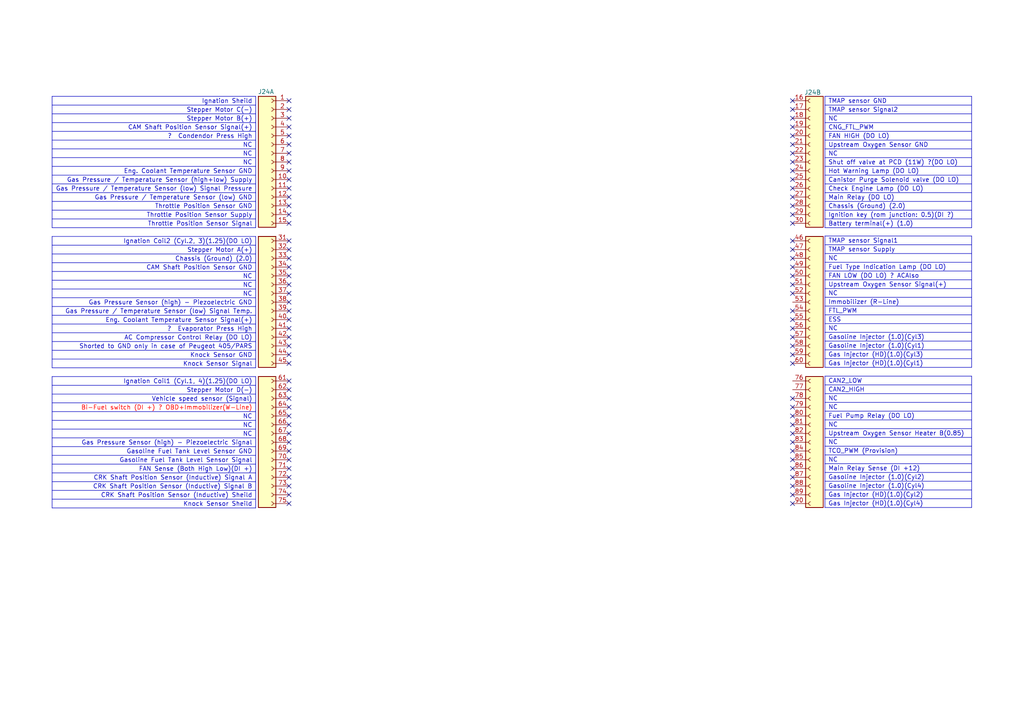
<source format=kicad_sch>
(kicad_sch (version 20250114) (generator "eeschema") (generator_version "9.0")
  (paper "A4")
  (lib_symbols
    (symbol "Conn_01x90_3Row_Socket_1" (pin_names (offset 1.016) (hide yes))
      (property "Reference" "J" (at 1.524 60.833 0))
      (property "Value" "Conn_01x90_3Row_Socket" (at 1.397 -61.214 0))
      (symbol "Conn_01x90_3Row_Socket_1_1_1"
        (pin passive line (at -4.318 58.42 0) (length 3.81) (name "A1") (number "1"))
        (pin passive line (at -4.318 55.88 0) (length 3.81) (name "A2") (number "2"))
        (pin passive line (at -4.318 53.34 0) (length 3.81) (name "A3") (number "3"))
        (pin passive line (at -4.318 50.8 0) (length 3.81) (name "A4") (number "4"))
        (pin passive line (at -4.318 48.26 0) (length 3.81) (name "A5") (number "5"))
        (pin passive line (at -4.318 45.72 0) (length 3.81) (name "A6") (number "6"))
        (pin passive line (at -4.318 43.18 0) (length 3.81) (name "A7") (number "7"))
        (pin passive line (at -4.318 40.64 0) (length 3.81) (name "A8") (number "8"))
        (pin passive line (at -4.318 38.1 0) (length 3.81) (name "A9") (number "9"))
        (pin passive line (at -4.318 35.56 0) (length 3.81) (name "A10") (number "10"))
        (pin passive line (at -4.318 33.02 0) (length 3.81) (name "A11") (number "11"))
        (pin passive line (at -4.318 30.48 0) (length 3.81) (name "A12") (number "12"))
        (pin passive line (at -4.318 27.94 0) (length 3.81) (name "A13") (number "13"))
        (pin passive line (at -4.318 25.4 0) (length 3.81) (name "A14") (number "14"))
        (pin passive line (at -4.318 22.86 0) (length 3.81) (name "A15") (number "15"))
        (pin passive line (at -4.318 17.78 0) (length 3.81) (name "A31") (number "31"))
        (pin passive line (at -4.318 15.24 0) (length 3.81) (name "A32") (number "32"))
        (pin passive line (at -4.318 12.7 0) (length 3.81) (name "A33") (number "33"))
        (pin passive line (at -4.318 10.16 0) (length 3.81) (name "A34") (number "34"))
        (pin passive line (at -4.318 7.62 0) (length 3.81) (name "A35") (number "35"))
        (pin passive line (at -4.318 5.08 0) (length 3.81) (name "A36") (number "36"))
        (pin passive line (at -4.318 2.54 0) (length 3.81) (name "A37") (number "37"))
        (pin passive line (at -4.318 0 0) (length 3.81) (name "A38") (number "38"))
        (pin passive line (at -4.318 -2.54 0) (length 3.81) (name "A39") (number "39"))
        (pin passive line (at -4.318 -5.08 0) (length 3.81) (name "A40") (number "40"))
        (pin passive line (at -4.318 -7.62 0) (length 3.81) (name "A41") (number "41"))
        (pin passive line (at -4.318 -10.16 0) (length 3.81) (name "A42") (number "42"))
        (pin passive line (at -4.318 -12.7 0) (length 3.81) (name "A43") (number "43"))
        (pin passive line (at -4.318 -15.24 0) (length 3.81) (name "A44") (number "44"))
        (pin passive line (at -4.318 -17.78 0) (length 3.81) (name "A45") (number "45"))
        (pin passive line (at -4.318 -22.86 0) (length 3.81) (name "A61") (number "61"))
        (pin passive line (at -4.318 -25.4 0) (length 3.81) (name "A62") (number "62"))
        (pin passive line (at -4.318 -27.94 0) (length 3.81) (name "A63") (number "63"))
        (pin passive line (at -4.318 -30.48 0) (length 3.81) (name "A64") (number "64"))
        (pin passive line (at -4.318 -33.02 0) (length 3.81) (name "A65") (number "65"))
        (pin passive line (at -4.318 -35.56 0) (length 3.81) (name "A66") (number "66"))
        (pin passive line (at -4.318 -38.1 0) (length 3.81) (name "A67") (number "67"))
        (pin passive line (at -4.318 -40.64 0) (length 3.81) (name "A68") (number "68"))
        (pin passive line (at -4.318 -43.18 0) (length 3.81) (name "A69") (number "69"))
        (pin passive line (at -4.318 -45.72 0) (length 3.81) (name "A70") (number "70"))
        (pin passive line (at -4.318 -48.26 0) (length 3.81) (name "A71") (number "71"))
        (pin passive line (at -4.318 -50.8 0) (length 3.81) (name "A72") (number "72"))
        (pin passive line (at -4.318 -53.34 0) (length 3.81) (name "A73") (number "73"))
        (pin passive line (at -4.318 -55.88 0) (length 3.81) (name "A74") (number "74"))
        (pin passive line (at -4.318 -58.42 0) (length 3.81) (name "A75") (number "75"))
      )
      (symbol "Conn_01x90_3Row_Socket_1_2_1"
        (pin passive line (at -4.318 58.42 0) (length 3.81) (name "B16") (number "16"))
        (pin passive line (at -4.318 55.88 0) (length 3.81) (name "B17") (number "17"))
        (pin passive line (at -4.318 53.34 0) (length 3.81) (name "B18") (number "18"))
        (pin passive line (at -4.318 50.8 0) (length 3.81) (name "B19") (number "19"))
        (pin passive line (at -4.318 48.26 0) (length 3.81) (name "B20") (number "20"))
        (pin passive line (at -4.318 45.72 0) (length 3.81) (name "B21") (number "21"))
        (pin passive line (at -4.318 43.18 0) (length 3.81) (name "B22") (number "22"))
        (pin passive line (at -4.318 40.64 0) (length 3.81) (name "B23") (number "23"))
        (pin passive line (at -4.318 38.1 0) (length 3.81) (name "B24") (number "24"))
        (pin passive line (at -4.318 35.56 0) (length 3.81) (name "B25") (number "25"))
        (pin passive line (at -4.318 33.02 0) (length 3.81) (name "B26") (number "26"))
        (pin passive line (at -4.318 30.48 0) (length 3.81) (name "B27") (number "27"))
        (pin passive line (at -4.318 27.94 0) (length 3.81) (name "B28") (number "28"))
        (pin passive line (at -4.318 25.4 0) (length 3.81) (name "B29") (number "29"))
        (pin passive line (at -4.318 22.86 0) (length 3.81) (name "B30") (number "30"))
        (pin passive line (at -4.318 17.78 0) (length 3.81) (name "B46") (number "46"))
        (pin passive line (at -4.318 15.24 0) (length 3.81) (name "B47") (number "47"))
        (pin passive line (at -4.318 12.7 0) (length 3.81) (name "B48") (number "48"))
        (pin passive line (at -4.318 10.16 0) (length 3.81) (name "B49") (number "49"))
        (pin passive line (at -4.318 7.62 0) (length 3.81) (name "B50") (number "50"))
        (pin passive line (at -4.318 5.08 0) (length 3.81) (name "B51") (number "51"))
        (pin passive line (at -4.318 2.54 0) (length 3.81) (name "B52") (number "52"))
        (pin passive line (at -4.318 0 0) (length 3.81) (name "B53") (number "53"))
        (pin passive line (at -4.318 -2.54 0) (length 3.81) (name "B54") (number "54"))
        (pin passive line (at -4.318 -5.08 0) (length 3.81) (name "B55") (number "55"))
        (pin passive line (at -4.318 -7.62 0) (length 3.81) (name "B56") (number "56"))
        (pin passive line (at -4.318 -10.16 0) (length 3.81) (name "B57") (number "57"))
        (pin passive line (at -4.318 -12.7 0) (length 3.81) (name "B58") (number "58"))
        (pin passive line (at -4.318 -15.24 0) (length 3.81) (name "B59") (number "59"))
        (pin passive line (at -4.318 -17.78 0) (length 3.81) (name "B60") (number "60"))
        (pin passive line (at -4.318 -22.86 0) (length 3.81) (name "B76") (number "76"))
        (pin passive line (at -4.318 -25.4 0) (length 3.81) (name "B77") (number "77"))
        (pin passive line (at -4.318 -27.94 0) (length 3.81) (name "B78") (number "78"))
        (pin passive line (at -4.318 -30.48 0) (length 3.81) (name "B79") (number "79"))
        (pin passive line (at -4.318 -33.02 0) (length 3.81) (name "B80") (number "80"))
        (pin passive line (at -4.318 -35.56 0) (length 3.81) (name "B81") (number "81"))
        (pin passive line (at -4.318 -38.1 0) (length 3.81) (name "B82") (number "82"))
        (pin passive line (at -4.318 -40.64 0) (length 3.81) (name "B83") (number "83"))
        (pin passive line (at -4.318 -43.18 0) (length 3.81) (name "B84") (number "84"))
        (pin passive line (at -4.318 -45.72 0) (length 3.81) (name "B85") (number "85"))
        (pin passive line (at -4.318 -48.26 0) (length 3.81) (name "B86") (number "86"))
        (pin passive line (at -4.318 -50.8 0) (length 3.81) (name "B87") (number "87"))
        (pin passive line (at -4.318 -53.34 0) (length 3.81) (name "B88") (number "88"))
        (pin passive line (at -4.318 -55.88 0) (length 3.81) (name "B89") (number "89"))
        (pin passive line (at -4.318 -58.42 0) (length 3.81) (name "B90") (number "90"))
      )
    )
    (symbol "sicma_socket:Conn_01x90_3Row_Socket" (pin_names (offset 1.016) (hide yes))
      (property "Reference" "J" (at 1.524 60.833 0))
      (property "Value" "Conn_01x90_3Row_Socket" (at 1.397 -61.214 0))
      (symbol "Conn_01x90_3Row_Socket_1_1"
        (pin passive line (at -4.318 58.42 0) (length 3.81) (name "A1") (number "1"))
        (pin passive line (at -4.318 55.88 0) (length 3.81) (name "A2") (number "2"))
        (pin passive line (at -4.318 53.34 0) (length 3.81) (name "A3") (number "3"))
        (pin passive line (at -4.318 50.8 0) (length 3.81) (name "A4") (number "4"))
        (pin passive line (at -4.318 48.26 0) (length 3.81) (name "A5") (number "5"))
        (pin passive line (at -4.318 45.72 0) (length 3.81) (name "A6") (number "6"))
        (pin passive line (at -4.318 43.18 0) (length 3.81) (name "A7") (number "7"))
        (pin passive line (at -4.318 40.64 0) (length 3.81) (name "A8") (number "8"))
        (pin passive line (at -4.318 38.1 0) (length 3.81) (name "A9") (number "9"))
        (pin passive line (at -4.318 35.56 0) (length 3.81) (name "A10") (number "10"))
        (pin passive line (at -4.318 33.02 0) (length 3.81) (name "A11") (number "11"))
        (pin passive line (at -4.318 30.48 0) (length 3.81) (name "A12") (number "12"))
        (pin passive line (at -4.318 27.94 0) (length 3.81) (name "A13") (number "13"))
        (pin passive line (at -4.318 25.4 0) (length 3.81) (name "A14") (number "14"))
        (pin passive line (at -4.318 22.86 0) (length 3.81) (name "A15") (number "15"))
        (pin passive line (at -4.318 17.78 0) (length 3.81) (name "A31") (number "31"))
        (pin passive line (at -4.318 15.24 0) (length 3.81) (name "A32") (number "32"))
        (pin passive line (at -4.318 12.7 0) (length 3.81) (name "A33") (number "33"))
        (pin passive line (at -4.318 10.16 0) (length 3.81) (name "A34") (number "34"))
        (pin passive line (at -4.318 7.62 0) (length 3.81) (name "A35") (number "35"))
        (pin passive line (at -4.318 5.08 0) (length 3.81) (name "A36") (number "36"))
        (pin passive line (at -4.318 2.54 0) (length 3.81) (name "A37") (number "37"))
        (pin passive line (at -4.318 0 0) (length 3.81) (name "A38") (number "38"))
        (pin passive line (at -4.318 -2.54 0) (length 3.81) (name "A39") (number "39"))
        (pin passive line (at -4.318 -5.08 0) (length 3.81) (name "A40") (number "40"))
        (pin passive line (at -4.318 -7.62 0) (length 3.81) (name "A41") (number "41"))
        (pin passive line (at -4.318 -10.16 0) (length 3.81) (name "A42") (number "42"))
        (pin passive line (at -4.318 -12.7 0) (length 3.81) (name "A43") (number "43"))
        (pin passive line (at -4.318 -15.24 0) (length 3.81) (name "A44") (number "44"))
        (pin passive line (at -4.318 -17.78 0) (length 3.81) (name "A45") (number "45"))
        (pin passive line (at -4.318 -22.86 0) (length 3.81) (name "A61") (number "61"))
        (pin passive line (at -4.318 -25.4 0) (length 3.81) (name "A62") (number "62"))
        (pin passive line (at -4.318 -27.94 0) (length 3.81) (name "A63") (number "63"))
        (pin passive line (at -4.318 -30.48 0) (length 3.81) (name "A64") (number "64"))
        (pin passive line (at -4.318 -33.02 0) (length 3.81) (name "A65") (number "65"))
        (pin passive line (at -4.318 -35.56 0) (length 3.81) (name "A66") (number "66"))
        (pin passive line (at -4.318 -38.1 0) (length 3.81) (name "A67") (number "67"))
        (pin passive line (at -4.318 -40.64 0) (length 3.81) (name "A68") (number "68"))
        (pin passive line (at -4.318 -43.18 0) (length 3.81) (name "A69") (number "69"))
        (pin passive line (at -4.318 -45.72 0) (length 3.81) (name "A70") (number "70"))
        (pin passive line (at -4.318 -48.26 0) (length 3.81) (name "A71") (number "71"))
        (pin passive line (at -4.318 -50.8 0) (length 3.81) (name "A72") (number "72"))
        (pin passive line (at -4.318 -53.34 0) (length 3.81) (name "A73") (number "73"))
        (pin passive line (at -4.318 -55.88 0) (length 3.81) (name "A74") (number "74"))
        (pin passive line (at -4.318 -58.42 0) (length 3.81) (name "A75") (number "75"))
      )
      (symbol "Conn_01x90_3Row_Socket_2_1"
        (pin passive line (at -4.318 58.42 0) (length 3.81) (name "B16") (number "16"))
        (pin passive line (at -4.318 55.88 0) (length 3.81) (name "B17") (number "17"))
        (pin passive line (at -4.318 53.34 0) (length 3.81) (name "B18") (number "18"))
        (pin passive line (at -4.318 50.8 0) (length 3.81) (name "B19") (number "19"))
        (pin passive line (at -4.318 48.26 0) (length 3.81) (name "B20") (number "20"))
        (pin passive line (at -4.318 45.72 0) (length 3.81) (name "B21") (number "21"))
        (pin passive line (at -4.318 43.18 0) (length 3.81) (name "B22") (number "22"))
        (pin passive line (at -4.318 40.64 0) (length 3.81) (name "B23") (number "23"))
        (pin passive line (at -4.318 38.1 0) (length 3.81) (name "B24") (number "24"))
        (pin passive line (at -4.318 35.56 0) (length 3.81) (name "B25") (number "25"))
        (pin passive line (at -4.318 33.02 0) (length 3.81) (name "B26") (number "26"))
        (pin passive line (at -4.318 30.48 0) (length 3.81) (name "B27") (number "27"))
        (pin passive line (at -4.318 27.94 0) (length 3.81) (name "B28") (number "28"))
        (pin passive line (at -4.318 25.4 0) (length 3.81) (name "B29") (number "29"))
        (pin passive line (at -4.318 22.86 0) (length 3.81) (name "B30") (number "30"))
        (pin passive line (at -4.318 17.78 0) (length 3.81) (name "B46") (number "46"))
        (pin passive line (at -4.318 15.24 0) (length 3.81) (name "B47") (number "47"))
        (pin passive line (at -4.318 12.7 0) (length 3.81) (name "B48") (number "48"))
        (pin passive line (at -4.318 10.16 0) (length 3.81) (name "B49") (number "49"))
        (pin passive line (at -4.318 7.62 0) (length 3.81) (name "B50") (number "50"))
        (pin passive line (at -4.318 5.08 0) (length 3.81) (name "B51") (number "51"))
        (pin passive line (at -4.318 2.54 0) (length 3.81) (name "B52") (number "52"))
        (pin passive line (at -4.318 0 0) (length 3.81) (name "B53") (number "53"))
        (pin passive line (at -4.318 -2.54 0) (length 3.81) (name "B54") (number "54"))
        (pin passive line (at -4.318 -5.08 0) (length 3.81) (name "B55") (number "55"))
        (pin passive line (at -4.318 -7.62 0) (length 3.81) (name "B56") (number "56"))
        (pin passive line (at -4.318 -10.16 0) (length 3.81) (name "B57") (number "57"))
        (pin passive line (at -4.318 -12.7 0) (length 3.81) (name "B58") (number "58"))
        (pin passive line (at -4.318 -15.24 0) (length 3.81) (name "B59") (number "59"))
        (pin passive line (at -4.318 -17.78 0) (length 3.81) (name "B60") (number "60"))
        (pin passive line (at -4.318 -22.86 0) (length 3.81) (name "B76") (number "76"))
        (pin passive line (at -4.318 -25.4 0) (length 3.81) (name "B77") (number "77"))
        (pin passive line (at -4.318 -27.94 0) (length 3.81) (name "B78") (number "78"))
        (pin passive line (at -4.318 -30.48 0) (length 3.81) (name "B79") (number "79"))
        (pin passive line (at -4.318 -33.02 0) (length 3.81) (name "B80") (number "80"))
        (pin passive line (at -4.318 -35.56 0) (length 3.81) (name "B81") (number "81"))
        (pin passive line (at -4.318 -38.1 0) (length 3.81) (name "B82") (number "82"))
        (pin passive line (at -4.318 -40.64 0) (length 3.81) (name "B83") (number "83"))
        (pin passive line (at -4.318 -43.18 0) (length 3.81) (name "B84") (number "84"))
        (pin passive line (at -4.318 -45.72 0) (length 3.81) (name "B85") (number "85"))
        (pin passive line (at -4.318 -48.26 0) (length 3.81) (name "B86") (number "86"))
        (pin passive line (at -4.318 -50.8 0) (length 3.81) (name "B87") (number "87"))
        (pin passive line (at -4.318 -53.34 0) (length 3.81) (name "B88") (number "88"))
        (pin passive line (at -4.318 -55.88 0) (length 3.81) (name "B89") (number "89"))
        (pin passive line (at -4.318 -58.42 0) (length 3.81) (name "B90") (number "90"))
      )
    )
  )
  (no_connect (at 83.82 130.81))
  (no_connect (at 229.87 29.21))
  (no_connect (at 229.87 82.55))
  (no_connect (at 83.82 138.43))
  (no_connect (at 83.82 62.23))
  (no_connect (at 229.87 92.71))
  (no_connect (at 229.87 57.15))
  (no_connect (at 83.82 36.83))
  (no_connect (at 229.87 118.11))
  (no_connect (at 229.87 105.41))
  (no_connect (at 229.87 128.27))
  (no_connect (at 229.87 31.75))
  (no_connect (at 229.87 135.89))
  (no_connect (at 83.82 74.93))
  (no_connect (at 229.87 64.77))
  (no_connect (at 83.82 90.17))
  (no_connect (at 229.87 36.83))
  (no_connect (at 83.82 95.25))
  (no_connect (at 83.82 125.73))
  (no_connect (at 83.82 34.29))
  (no_connect (at 83.82 97.79))
  (no_connect (at 229.87 90.17))
  (no_connect (at 229.87 85.09))
  (no_connect (at 229.87 34.29))
  (no_connect (at 229.87 80.01))
  (no_connect (at 83.82 87.63))
  (no_connect (at 229.87 120.65))
  (no_connect (at 83.82 31.75))
  (no_connect (at 83.82 52.07))
  (no_connect (at 229.87 62.23))
  (no_connect (at 83.82 92.71))
  (no_connect (at 83.82 44.45))
  (no_connect (at 229.87 138.43))
  (no_connect (at 229.87 39.37))
  (no_connect (at 83.82 39.37))
  (no_connect (at 83.82 118.11))
  (no_connect (at 83.82 115.57))
  (no_connect (at 229.87 146.05))
  (no_connect (at 229.87 143.51))
  (no_connect (at 83.82 100.33))
  (no_connect (at 83.82 29.21))
  (no_connect (at 83.82 105.41))
  (no_connect (at 83.82 123.19))
  (no_connect (at 83.82 120.65))
  (no_connect (at 83.82 140.97))
  (no_connect (at 83.82 54.61))
  (no_connect (at 83.82 85.09))
  (no_connect (at 229.87 41.91))
  (no_connect (at 229.87 102.87))
  (no_connect (at 83.82 69.85))
  (no_connect (at 229.87 74.93))
  (no_connect (at 229.87 130.81))
  (no_connect (at 229.87 140.97))
  (no_connect (at 229.87 97.79))
  (no_connect (at 83.82 77.47))
  (no_connect (at 229.87 49.53))
  (no_connect (at 229.87 95.25))
  (no_connect (at 83.82 82.55))
  (no_connect (at 83.82 143.51))
  (no_connect (at 229.87 54.61))
  (no_connect (at 83.82 64.77))
  (no_connect (at 229.87 44.45))
  (no_connect (at 229.87 69.85))
  (no_connect (at 83.82 135.89))
  (no_connect (at 229.87 46.99))
  (no_connect (at 83.82 46.99))
  (no_connect (at 83.82 110.49))
  (no_connect (at 83.82 59.69))
  (no_connect (at 229.87 125.73))
  (no_connect (at 229.87 133.35))
  (no_connect (at 83.82 128.27))
  (no_connect (at 229.87 123.19))
  (no_connect (at 83.82 72.39))
  (no_connect (at 229.87 52.07))
  (no_connect (at 229.87 115.57))
  (no_connect (at 83.82 57.15))
  (no_connect (at 229.87 77.47))
  (no_connect (at 83.82 102.87))
  (no_connect (at 83.82 133.35))
  (no_connect (at 83.82 41.91))
  (no_connect (at 229.87 100.33))
  (no_connect (at 83.82 146.05))
  (no_connect (at 83.82 113.03))
  (no_connect (at 229.87 59.69))
  (no_connect (at 83.82 80.01))
  (no_connect (at 83.82 49.53))
  (no_connect (at 229.87 72.39))
  (table (column_count 1) (border (external yes) (header yes)) (separators (rows yes) (cols yes)) (column_widths 42.545) (row_heights 2.54 2.54 2.54 2.54 2.54 2.54 2.54 2.54 2.54 2.54 2.54 2.54 2.54 2.54 2.54) (cells (table_cell "CAN2_LOW" (at 239.268 109.093 0) (size 42.545 2.54) (margins 0.9525 0.9525 0.9525 0.9525) (span 1 1)) (table_cell "CAN2_HIGH" (at 239.268 111.633 0) (size 42.545 2.54) (margins 0.9525 0.9525 0.9525 0.9525) (span 1 1)) (table_cell "NC" (at 239.268 114.173 0) (size 42.545 2.54) (margins 0.9525 0.9525 0.9525 0.9525) (span 1 1)) (table_cell "NC" (at 239.268 116.713 0) (size 42.545 2.54) (margins 0.9525 0.9525 0.9525 0.9525) (span 1 1)) (table_cell "Fuel Pump Relay (DO LO)" (at 239.268 119.253 0) (size 42.545 2.54) (margins 0.9525 0.9525 0.9525 0.9525) (span 1 1)) (table_cell "NC" (at 239.268 121.793 0) (size 42.545 2.54) (margins 0.9525 0.9525 0.9525 0.9525) (span 1 1)) (table_cell "Upstream Oxygen Sensor Heater B(0.85)" (at 239.268 124.333 0) (size 42.545 2.54) (margins 0.9525 0.9525 0.9525 0.9525) (span 1 1)) (table_cell "NC" (at 239.268 126.873 0) (size 42.545 2.54) (margins 0.9525 0.9525 0.9525 0.9525) (span 1 1)) (table_cell "TCO_PWM (Provision)" (at 239.268 129.413 0) (size 42.545 2.54) (margins 0.9525 0.9525 0.9525 0.9525) (span 1 1)) (table_cell "NC" (at 239.268 131.953 0) (size 42.545 2.54) (margins 0.9525 0.9525 0.9525 0.9525) (span 1 1)) (table_cell "Main Relay Sense (DI +12)" (at 239.268 134.493 0) (size 42.545 2.54) (margins 0.9525 0.9525 0.9525 0.9525) (span 1 1)) (table_cell "Gasoline Injector (1.0)(Cyl2)" (at 239.268 137.033 0) (size 42.545 2.54) (margins 0.9525 0.9525 0.9525 0.9525) (span 1 1)) (table_cell "Gasoline Injector (1.0)(Cyl4)" (at 239.268 139.573 0) (size 42.545 2.54) (margins 0.9525 0.9525 0.9525 0.9525) (span 1 1)) (table_cell "Gas Injector (HD)(1.0)(Cyl2)" (at 239.268 142.113 0) (size 42.545 2.54) (margins 0.9525 0.9525 0.9525 0.9525) (span 1 1)) (table_cell "Gas Injector (HD)(1.0)(Cyl4)" (at 239.268 144.653 0) (size 42.545 2.54) (margins 0.9525 0.9525 0.9525 0.9525) (span 1 1))))
  (table (column_count 1) (border (external yes) (header no)) (separators (rows yes) (cols no)) (column_widths 59.055) (row_heights 2.54 2.54 2.54 2.54 2.54 2.54 2.54 2.54 2.54 2.54 2.54 2.54 2.54 2.54 2.54) (cells (table_cell "Ignation Sheild" (at 15.113 27.94 0) (size 59.055 2.54) (margins 0.9525 0.9525 0.9525 0.9525) (span 1 1)) (table_cell "Stepper Motor C(-)" (at 15.113 30.48 0) (size 59.055 2.54) (margins 0.9525 0.9525 0.9525 0.9525) (span 1 1)) (table_cell "Stepper Motor B(+)" (at 15.113 33.02 0) (size 59.055 2.54) (margins 0.9525 0.9525 0.9525 0.9525) (span 1 1)) (table_cell "CAM Shaft Position Sensor Signal(+)" (at 15.113 35.56 0) (size 59.055 2.54) (margins 0.9525 0.9525 0.9525 0.9525) (span 1 1)) (table_cell "?  Condendor Press High" (at 15.113 38.1 0) (size 59.055 2.54) (margins 0.9525 0.9525 0.9525 0.9525) (span 1 1)) (table_cell "NC" (at 15.113 40.64 0) (size 59.055 2.54) (margins 0.9525 0.9525 0.9525 0.9525) (span 1 1)) (table_cell "NC" (at 15.113 43.18 0) (size 59.055 2.54) (margins 0.9525 0.9525 0.9525 0.9525) (span 1 1)) (table_cell "NC" (at 15.113 45.72 0) (size 59.055 2.54) (margins 0.9525 0.9525 0.9525 0.9525) (span 1 1)) (table_cell "Eng. Coolant Temperature Sensor GND" (at 15.113 48.26 0) (size 59.055 2.54) (margins 0.9525 0.9525 0.9525 0.9525) (span 1 1)) (table_cell "Gas Pressure / Temperature Sensor (high+low) Supply" (at 15.113 50.8 0) (size 59.055 2.54) (margins 0.9525 0.9525 0.9525 0.9525) (span 1 1)) (table_cell "Gas Pressure / Temperature Sensor (low) Signal Pressure" (at 15.113 53.34 0) (size 59.055 2.54) (margins 0.9525 0.9525 0.9525 0.9525) (span 1 1)) (table_cell "Gas Pressure / Temperature Sensor (low) GND" (at 15.113 55.88 0) (size 59.055 2.54) (margins 0.9525 0.9525 0.9525 0.9525) (span 1 1)) (table_cell "Throttle Position Sensor GND" (at 15.113 58.42 0) (size 59.055 2.54) (margins 0.9525 0.9525 0.9525 0.9525) (span 1 1)) (table_cell "Throttle Position Sensor Supply" (at 15.113 60.96 0) (size 59.055 2.54) (margins 0.9525 0.9525 0.9525 0.9525) (span 1 1)) (table_cell "Throttle Position Sensor Signal" (at 15.113 63.5 0) (size 59.055 2.54) (margins 0.9525 0.9525 0.9525 0.9525) (span 1 1))))
  (table (column_count 1) (border (external yes) (header yes)) (separators (rows yes) (cols yes)) (column_widths 42.545) (row_heights 2.54 2.54 2.54 2.54 2.54 2.54 2.54 2.54 2.54 2.54 2.54 2.54 2.54 2.54 2.54) (cells (table_cell "TMAP sensor Signal1" (at 239.268 68.453 0) (size 42.545 2.54) (margins 0.9525 0.9525 0.9525 0.9525) (span 1 1)) (table_cell "TMAP sensor Supply" (at 239.268 70.993 0) (size 42.545 2.54) (margins 0.9525 0.9525 0.9525 0.9525) (span 1 1)) (table_cell "NC" (at 239.268 73.533 0) (size 42.545 2.54) (margins 0.9525 0.9525 0.9525 0.9525) (span 1 1)) (table_cell "Fuel Type Indication Lamp (DO LO)" (at 239.268 76.073 0) (size 42.545 2.54) (margins 0.9525 0.9525 0.9525 0.9525) (span 1 1)) (table_cell "FAN LOW (DO LO) ? ACAlso" (at 239.268 78.613 0) (size 42.545 2.54) (margins 0.9525 0.9525 0.9525 0.9525) (span 1 1)) (table_cell "Upstream Oxygen Sensor Signal(+)" (at 239.268 81.153 0) (size 42.545 2.54) (margins 0.9525 0.9525 0.9525 0.9525) (span 1 1)) (table_cell "NC" (at 239.268 83.693 0) (size 42.545 2.54) (margins 0.9525 0.9525 0.9525 0.9525) (span 1 1)) (table_cell "Immobilizer (R-Line)" (at 239.268 86.233 0) (size 42.545 2.54) (margins 0.9525 0.9525 0.9525 0.9525) (span 1 1)) (table_cell "FTL_PWM" (at 239.268 88.773 0) (size 42.545 2.54) (margins 0.9525 0.9525 0.9525 0.9525) (span 1 1)) (table_cell "ESS" (at 239.268 91.313 0) (size 42.545 2.54) (margins 0.9525 0.9525 0.9525 0.9525) (span 1 1)) (table_cell "NC" (at 239.268 93.853 0) (size 42.545 2.54) (margins 0.9525 0.9525 0.9525 0.9525) (span 1 1)) (table_cell "Gasoline Injector (1.0)(Cyl3)" (at 239.268 96.393 0) (size 42.545 2.54) (margins 0.9525 0.9525 0.9525 0.9525) (span 1 1)) (table_cell "Gasoline Injector (1.0)(Cyl1)" (at 239.268 98.933 0) (size 42.545 2.54) (margins 0.9525 0.9525 0.9525 0.9525) (span 1 1)) (table_cell "Gas Injector (HD)(1.0)(Cyl3)" (at 239.268 101.473 0) (size 42.545 2.54) (margins 0.9525 0.9525 0.9525 0.9525) (span 1 1)) (table_cell "Gas Injector (HD)(1.0)(Cyl1)" (at 239.268 104.013 0) (size 42.545 2.54) (margins 0.9525 0.9525 0.9525 0.9525) (span 1 1))))
  (table (column_count 1) (border (external yes) (header yes)) (separators (rows yes) (cols yes)) (column_widths 59.055) (row_heights 2.54 2.54 2.54 2.54 2.54 2.54 2.54 2.54 2.54 2.54 2.54 2.54 2.54 2.54 2.54) (cells (table_cell "Ignation Coil2 (Cyl.2, 3)(1.25)(DO LO)" (at 15.113 68.58 0) (size 59.055 2.54) (margins 0.9525 0.9525 0.9525 0.9525) (span 1 1)) (table_cell "Stepper Motor A(+)" (at 15.113 71.12 0) (size 59.055 2.54) (margins 0.9525 0.9525 0.9525 0.9525) (span 1 1)) (table_cell "Chassis (Ground) (2.0)" (at 15.113 73.66 0) (size 59.055 2.54) (margins 0.9525 0.9525 0.9525 0.9525) (span 1 1)) (table_cell "CAM Shaft Position Sensor GND" (at 15.113 76.2 0) (size 59.055 2.54) (margins 0.9525 0.9525 0.9525 0.9525) (span 1 1)) (table_cell "NC" (at 15.113 78.74 0) (size 59.055 2.54) (margins 0.9525 0.9525 0.9525 0.9525) (span 1 1)) (table_cell "NC" (at 15.113 81.28 0) (size 59.055 2.54) (margins 0.9525 0.9525 0.9525 0.9525) (span 1 1)) (table_cell "NC" (at 15.113 83.82 0) (size 59.055 2.54) (margins 0.9525 0.9525 0.9525 0.9525) (span 1 1)) (table_cell "Gas Pressure Sensor (high) - Piezoelectric GND" (at 15.113 86.36 0) (size 59.055 2.54) (margins 0.9525 0.9525 0.9525 0.9525) (span 1 1)) (table_cell "Gas Pressure / Temperature Sensor (low) Signal Temp." (at 15.113 88.9 0) (size 59.055 2.54) (margins 0.9525 0.9525 0.9525 0.9525) (span 1 1)) (table_cell "Eng. Coolant Temperature Sensor Signal(+)" (at 15.113 91.44 0) (size 59.055 2.54) (margins 0.9525 0.9525 0.9525 0.9525) (span 1 1)) (table_cell "?  Evaporator Press High" (at 15.113 93.98 0) (size 59.055 2.54) (margins 0.9525 0.9525 0.9525 0.9525) (span 1 1)) (table_cell "AC Compressor Control Relay (DO LO)" (at 15.113 96.52 0) (size 59.055 2.54) (margins 0.9525 0.9525 0.9525 0.9525) (span 1 1)) (table_cell "Shorted to GND only in case of Peugeot 405/PARS" (at 15.113 99.06 0) (size 59.055 2.54) (margins 0.9525 0.9525 0.9525 0.9525) (span 1 1)) (table_cell "Knock Sensor GND" (at 15.113 101.6 0) (size 59.055 2.54) (margins 0.9525 0.9525 0.9525 0.9525) (span 1 1)) (table_cell "Knock Sensor Signal" (at 15.113 104.14 0) (size 59.055 2.54) (margins 0.9525 0.9525 0.9525 0.9525) (span 1 1))))
  (table (column_count 1) (border (external yes) (header yes)) (separators (rows yes) (cols yes)) (column_widths 59.055) (row_heights 2.54 2.54 2.54 2.54 2.54 2.54 2.54 2.54 2.54 2.54 2.54 2.54 2.54 2.54 2.54) (cells (table_cell "Ignation Coil1 (Cyl.1, 4)(1.25)(DO LO)" (at 15.113 109.22 0) (size 59.055 2.54) (margins 0.9525 0.9525 0.9525 0.9525) (span 1 1)) (table_cell "Stepper Motor D(-)" (at 15.113 111.76 0) (size 59.055 2.54) (margins 0.9525 0.9525 0.9525 0.9525) (span 1 1)) (table_cell "Vehicle speed sensor (Signal)" (at 15.113 114.3 0) (size 59.055 2.54) (margins 0.9525 0.9525 0.9525 0.9525) (span 1 1)) (table_cell "Bi-Fuel switch (DI +) ? OBD+Immobilizer(W-Line)" (at 15.113 116.84 0) (size 59.055 2.54) (margins 0.9525 0.9525 0.9525 0.9525) (span 1 1)) (table_cell "NC" (at 15.113 119.38 0) (size 59.055 2.54) (margins 0.9525 0.9525 0.9525 0.9525) (span 1 1)) (table_cell "NC" (at 15.113 121.92 0) (size 59.055 2.54) (margins 0.9525 0.9525 0.9525 0.9525) (span 1 1)) (table_cell "NC" (at 15.113 124.46 0) (size 59.055 2.54) (margins 0.9525 0.9525 0.9525 0.9525) (span 1 1)) (table_cell "Gas Pressure Sensor (high) - Piezoelectric Signal" (at 15.113 127 0) (size 59.055 2.54) (margins 0.9525 0.9525 0.9525 0.9525) (span 1 1)) (table_cell "Gasoline Fuel Tank Level Sensor GND" (at 15.113 129.54 0) (size 59.055 2.54) (margins 0.9525 0.9525 0.9525 0.9525) (span 1 1)) (table_cell "Gasoline Fuel Tank Level Sensor Signal" (at 15.113 132.08 0) (size 59.055 2.54) (margins 0.9525 0.9525 0.9525 0.9525) (span 1 1)) (table_cell "FAN Sense (Both High Low)(DI +)" (at 15.113 134.62 0) (size 59.055 2.54) (margins 0.9525 0.9525 0.9525 0.9525) (span 1 1)) (table_cell "CRK Shaft Position Sensor (Inductive) Signal A" (at 15.113 137.16 0) (size 59.055 2.54) (margins 0.9525 0.9525 0.9525 0.9525) (span 1 1)) (table_cell "CRK Shaft Position Sensor (Inductive) Signal B" (at 15.113 139.7 0) (size 59.055 2.54) (margins 0.9525 0.9525 0.9525 0.9525) (span 1 1)) (table_cell "CRK Shaft Position Sensor (Inductive) Sheild" (at 15.113 142.24 0) (size 59.055 2.54) (margins 0.9525 0.9525 0.9525 0.9525) (span 1 1)) (table_cell "Knock Sensor Sheild" (at 15.113 144.78 0) (size 59.055 2.54) (margins 0.9525 0.9525 0.9525 0.9525) (span 1 1))))
  (table (column_count 1) (border (external yes) (header yes)) (separators (rows yes) (cols yes)) (column_widths 42.545) (row_heights 2.54 2.54 2.54 2.54 2.54 2.54 2.54 2.54 2.54 2.54 2.54 2.54 2.54 2.54 2.54) (cells (table_cell "TMAP sensor GND" (at 239.268 27.94 0) (size 42.545 2.54) (margins 0.9525 0.9525 0.9525 0.9525) (span 1 1)) (table_cell "TMAP sensor Signal2" (at 239.268 30.48 0) (size 42.545 2.54) (margins 0.9525 0.9525 0.9525 0.9525) (span 1 1)) (table_cell "NC" (at 239.268 33.02 0) (size 42.545 2.54) (margins 0.9525 0.9525 0.9525 0.9525) (span 1 1)) (table_cell "CNG_FTL_PWM" (at 239.268 35.56 0) (size 42.545 2.54) (margins 0.9525 0.9525 0.9525 0.9525) (span 1 1)) (table_cell "FAN HIGH (DO LO)" (at 239.268 38.1 0) (size 42.545 2.54) (margins 0.9525 0.9525 0.9525 0.9525) (span 1 1)) (table_cell "Upstream Oxygen Sensor GND" (at 239.268 40.64 0) (size 42.545 2.54) (margins 0.9525 0.9525 0.9525 0.9525) (span 1 1)) (table_cell "NC" (at 239.268 43.18 0) (size 42.545 2.54) (margins 0.9525 0.9525 0.9525 0.9525) (span 1 1)) (table_cell "Shut off valve at PCD (11W) ?(DO LO)" (at 239.268 45.72 0) (size 42.545 2.54) (margins 0.9525 0.9525 0.9525 0.9525) (span 1 1)) (table_cell "Hot Warning Lamp (DO LO)" (at 239.268 48.26 0) (size 42.545 2.54) (margins 0.9525 0.9525 0.9525 0.9525) (span 1 1)) (table_cell "Canistor Purge Solenoid valve (DO LO)" (at 239.268 50.8 0) (size 42.545 2.54) (margins 0.9525 0.9525 0.9525 0.9525) (span 1 1)) (table_cell "Check Engine Lamp (DO LO)" (at 239.268 53.34 0) (size 42.545 2.54) (margins 0.9525 0.9525 0.9525 0.9525) (span 1 1)) (table_cell "Main Relay (DO LO)" (at 239.268 55.88 0) (size 42.545 2.54) (margins 0.9525 0.9525 0.9525 0.9525) (span 1 1)) (table_cell "Chassis (Ground) (2.0)" (at 239.268 58.42 0) (size 42.545 2.54) (margins 0.9525 0.9525 0.9525 0.9525) (span 1 1)) (table_cell "Ignition key (rom junction: 0.5)(DI ?)" (at 239.268 60.96 0) (size 42.545 2.54) (margins 0.9525 0.9525 0.9525 0.9525) (span 1 1)) (table_cell "Battery terminal(+) (1.0)" (at 239.268 63.5 0) (size 42.545 2.54) (margins 0.9525 0.9525 0.9525 0.9525) (span 1 1))))
  (symbol (lib_name "Conn_01x90_3Row_Socket_1") (lib_id "sicma_socket:Conn_01x90_3Row_Socket") (at 234.188 87.63 0) (unit 2)
    (property "Reference" "J24" (at 235.712 26.797 0))
    (property "Value" "Conn_01x90_3Row_Socket" (effects (hide yes)))
    (property "Description" "\"Duble connector, triple row, 03x30, unit letter first pin numbering scheme (pin number form 1 to 90\"" (effects (hide yes)))
  )
  (symbol (lib_id "sicma_socket:Conn_01x90_3Row_Socket") (at 79.502 87.63 0) (mirror y) (unit 1)
    (property "Reference" "J24" (at 79.502 26.6064 0) (effects (justify left)))
    (property "Value" "Conn_01x90_3Row_Socket" (effects (hide yes)))
    (property "Description" "\"Duble connector, triple row, 03x30, unit letter first pin numbering scheme (pin number form 1 to 90\"" (effects (hide yes)))
  )
)
</source>
